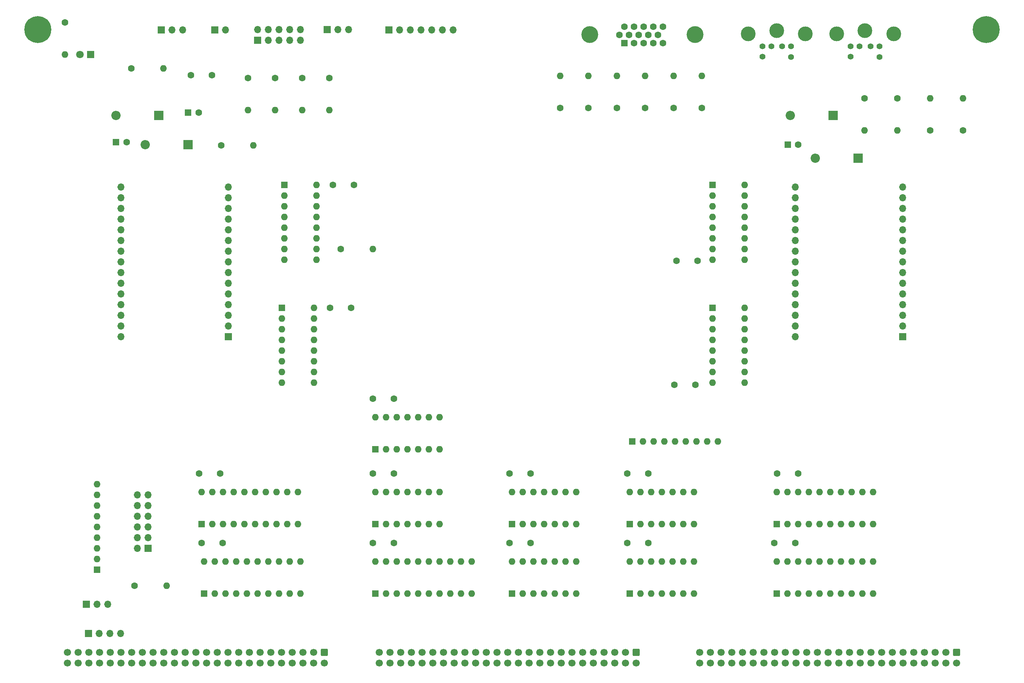
<source format=gbr>
%TF.GenerationSoftware,KiCad,Pcbnew,(6.0.11)*%
%TF.CreationDate,2023-08-28T11:54:35-05:00*%
%TF.ProjectId,input-output.DualESP32,696e7075-742d-46f7-9574-7075742e4475,V1.1*%
%TF.SameCoordinates,Original*%
%TF.FileFunction,Soldermask,Bot*%
%TF.FilePolarity,Negative*%
%FSLAX46Y46*%
G04 Gerber Fmt 4.6, Leading zero omitted, Abs format (unit mm)*
G04 Created by KiCad (PCBNEW (6.0.11)) date 2023-08-28 11:54:35*
%MOMM*%
%LPD*%
G01*
G04 APERTURE LIST*
G04 Aperture macros list*
%AMRoundRect*
0 Rectangle with rounded corners*
0 $1 Rounding radius*
0 $2 $3 $4 $5 $6 $7 $8 $9 X,Y pos of 4 corners*
0 Add a 4 corners polygon primitive as box body*
4,1,4,$2,$3,$4,$5,$6,$7,$8,$9,$2,$3,0*
0 Add four circle primitives for the rounded corners*
1,1,$1+$1,$2,$3*
1,1,$1+$1,$4,$5*
1,1,$1+$1,$6,$7*
1,1,$1+$1,$8,$9*
0 Add four rect primitives between the rounded corners*
20,1,$1+$1,$2,$3,$4,$5,0*
20,1,$1+$1,$4,$5,$6,$7,0*
20,1,$1+$1,$6,$7,$8,$9,0*
20,1,$1+$1,$8,$9,$2,$3,0*%
G04 Aperture macros list end*
%ADD10C,1.600000*%
%ADD11R,1.600000X1.600000*%
%ADD12O,1.600000X1.600000*%
%ADD13RoundRect,0.250000X-0.600000X0.600000X-0.600000X-0.600000X0.600000X-0.600000X0.600000X0.600000X0*%
%ADD14C,1.700000*%
%ADD15C,6.400000*%
%ADD16R,1.800000X1.800000*%
%ADD17C,1.800000*%
%ADD18R,1.700000X1.700000*%
%ADD19O,1.700000X1.700000*%
%ADD20R,2.200000X2.200000*%
%ADD21O,2.200000X2.200000*%
%ADD22C,1.422400*%
%ADD23C,3.497580*%
%ADD24C,4.000000*%
G04 APERTURE END LIST*
D10*
%TO.C,C19*%
X119455000Y-162690000D03*
X124455000Y-162690000D03*
%TD*%
D11*
%TO.C,U17*%
X120090000Y-174755000D03*
D12*
X122630000Y-174755000D03*
X125170000Y-174755000D03*
X127710000Y-174755000D03*
X130250000Y-174755000D03*
X132790000Y-174755000D03*
X135330000Y-174755000D03*
X135330000Y-167135000D03*
X132790000Y-167135000D03*
X130250000Y-167135000D03*
X127710000Y-167135000D03*
X125170000Y-167135000D03*
X122630000Y-167135000D03*
X120090000Y-167135000D03*
%TD*%
D11*
%TO.C,RN1*%
X181045000Y-172850000D03*
D12*
X183585000Y-172850000D03*
X186125000Y-172850000D03*
X188665000Y-172850000D03*
X191205000Y-172850000D03*
X193745000Y-172850000D03*
X196285000Y-172850000D03*
X198825000Y-172850000D03*
X201365000Y-172850000D03*
%TD*%
D13*
%TO.C,P1*%
X108000000Y-223000000D03*
D14*
X108000000Y-225540000D03*
X105460000Y-223000000D03*
X105460000Y-225540000D03*
X102920000Y-223000000D03*
X102920000Y-225540000D03*
X100380000Y-223000000D03*
X100380000Y-225540000D03*
X97840000Y-223000000D03*
X97840000Y-225540000D03*
X95300000Y-223000000D03*
X95300000Y-225540000D03*
X92760000Y-223000000D03*
X92760000Y-225540000D03*
X90220000Y-223000000D03*
X90220000Y-225540000D03*
X87680000Y-223000000D03*
X87680000Y-225540000D03*
X85140000Y-223000000D03*
X85140000Y-225540000D03*
X82600000Y-223000000D03*
X82600000Y-225540000D03*
X80060000Y-223000000D03*
X80060000Y-225540000D03*
X77520000Y-223000000D03*
X77520000Y-225540000D03*
X74980000Y-223000000D03*
X74980000Y-225540000D03*
X72440000Y-223000000D03*
X72440000Y-225540000D03*
X69900000Y-223000000D03*
X69900000Y-225540000D03*
X67360000Y-223000000D03*
X67360000Y-225540000D03*
X64820000Y-223000000D03*
X64820000Y-225540000D03*
X62280000Y-223000000D03*
X62280000Y-225540000D03*
X59740000Y-223000000D03*
X59740000Y-225540000D03*
X57200000Y-223000000D03*
X57200000Y-225540000D03*
X54660000Y-223000000D03*
X54660000Y-225540000D03*
X52120000Y-223000000D03*
X52120000Y-225540000D03*
X49580000Y-223000000D03*
X49580000Y-225540000D03*
X47040000Y-223000000D03*
X47040000Y-225540000D03*
%TD*%
D13*
%TO.C,P2*%
X182000000Y-223000000D03*
D14*
X182000000Y-225540000D03*
X179460000Y-223000000D03*
X179460000Y-225540000D03*
X176920000Y-223000000D03*
X176920000Y-225540000D03*
X174380000Y-223000000D03*
X174380000Y-225540000D03*
X171840000Y-223000000D03*
X171840000Y-225540000D03*
X169300000Y-223000000D03*
X169300000Y-225540000D03*
X166760000Y-223000000D03*
X166760000Y-225540000D03*
X164220000Y-223000000D03*
X164220000Y-225540000D03*
X161680000Y-223000000D03*
X161680000Y-225540000D03*
X159140000Y-223000000D03*
X159140000Y-225540000D03*
X156600000Y-223000000D03*
X156600000Y-225540000D03*
X154060000Y-223000000D03*
X154060000Y-225540000D03*
X151520000Y-223000000D03*
X151520000Y-225540000D03*
X148980000Y-223000000D03*
X148980000Y-225540000D03*
X146440000Y-223000000D03*
X146440000Y-225540000D03*
X143900000Y-223000000D03*
X143900000Y-225540000D03*
X141360000Y-223000000D03*
X141360000Y-225540000D03*
X138820000Y-223000000D03*
X138820000Y-225540000D03*
X136280000Y-223000000D03*
X136280000Y-225540000D03*
X133740000Y-223000000D03*
X133740000Y-225540000D03*
X131200000Y-223000000D03*
X131200000Y-225540000D03*
X128660000Y-223000000D03*
X128660000Y-225540000D03*
X126120000Y-223000000D03*
X126120000Y-225540000D03*
X123580000Y-223000000D03*
X123580000Y-225540000D03*
X121040000Y-223000000D03*
X121040000Y-225540000D03*
%TD*%
D15*
%TO.C,H1*%
X40000000Y-75000000D03*
%TD*%
%TO.C,H2*%
X265000000Y-75000000D03*
%TD*%
D13*
%TO.C,P3*%
X258000000Y-223000000D03*
D14*
X258000000Y-225540000D03*
X255460000Y-223000000D03*
X255460000Y-225540000D03*
X252920000Y-223000000D03*
X252920000Y-225540000D03*
X250380000Y-223000000D03*
X250380000Y-225540000D03*
X247840000Y-223000000D03*
X247840000Y-225540000D03*
X245300000Y-223000000D03*
X245300000Y-225540000D03*
X242760000Y-223000000D03*
X242760000Y-225540000D03*
X240220000Y-223000000D03*
X240220000Y-225540000D03*
X237680000Y-223000000D03*
X237680000Y-225540000D03*
X235140000Y-223000000D03*
X235140000Y-225540000D03*
X232600000Y-223000000D03*
X232600000Y-225540000D03*
X230060000Y-223000000D03*
X230060000Y-225540000D03*
X227520000Y-223000000D03*
X227520000Y-225540000D03*
X224980000Y-223000000D03*
X224980000Y-225540000D03*
X222440000Y-223000000D03*
X222440000Y-225540000D03*
X219900000Y-223000000D03*
X219900000Y-225540000D03*
X217360000Y-223000000D03*
X217360000Y-225540000D03*
X214820000Y-223000000D03*
X214820000Y-225540000D03*
X212280000Y-223000000D03*
X212280000Y-225540000D03*
X209740000Y-223000000D03*
X209740000Y-225540000D03*
X207200000Y-223000000D03*
X207200000Y-225540000D03*
X204660000Y-223000000D03*
X204660000Y-225540000D03*
X202120000Y-223000000D03*
X202120000Y-225540000D03*
X199580000Y-223000000D03*
X199580000Y-225540000D03*
X197040000Y-223000000D03*
X197040000Y-225540000D03*
%TD*%
D16*
%TO.C,D1*%
X52526000Y-80902000D03*
D17*
X49986000Y-80902000D03*
%TD*%
D10*
%TO.C,R1*%
X46430000Y-73282000D03*
D12*
X46430000Y-80902000D03*
%TD*%
D18*
%TO.C,P4*%
X52000000Y-218500000D03*
D19*
X54540000Y-218500000D03*
X57080000Y-218500000D03*
X59620000Y-218500000D03*
%TD*%
D11*
%TO.C,U9*%
X97875000Y-141115000D03*
D12*
X97875000Y-143655000D03*
X97875000Y-146195000D03*
X97875000Y-148735000D03*
X97875000Y-151275000D03*
X97875000Y-153815000D03*
X97875000Y-156355000D03*
X97875000Y-158895000D03*
X105495000Y-158895000D03*
X105495000Y-156355000D03*
X105495000Y-153815000D03*
X105495000Y-151275000D03*
X105495000Y-148735000D03*
X105495000Y-146195000D03*
X105495000Y-143655000D03*
X105495000Y-141115000D03*
%TD*%
D11*
%TO.C,RN2*%
X54050000Y-203330000D03*
D12*
X54050000Y-200790000D03*
X54050000Y-198250000D03*
X54050000Y-195710000D03*
X54050000Y-193170000D03*
X54050000Y-190630000D03*
X54050000Y-188090000D03*
X54050000Y-185550000D03*
X54050000Y-183010000D03*
%TD*%
D10*
%TO.C,R9*%
X96298700Y-86490000D03*
D12*
X96298700Y-94110000D03*
%TD*%
D10*
%TO.C,C18*%
X190996000Y-159388000D03*
X195996000Y-159388000D03*
%TD*%
%TO.C,C17*%
X191504000Y-129924000D03*
X196504000Y-129924000D03*
%TD*%
D18*
%TO.C,J4*%
X69305000Y-75060000D03*
D19*
X71845000Y-75060000D03*
X74385000Y-75060000D03*
%TD*%
D10*
%TO.C,R10*%
X236168000Y-91316000D03*
D12*
X236168000Y-98936000D03*
%TD*%
D10*
%TO.C,C5*%
X151880000Y-180470000D03*
X156880000Y-180470000D03*
%TD*%
%TO.C,R8*%
X89864000Y-86490000D03*
D12*
X89864000Y-94110000D03*
%TD*%
D10*
%TO.C,R6*%
X102733300Y-86490000D03*
D12*
X102733300Y-94110000D03*
%TD*%
D10*
%TO.C,R3*%
X259536000Y-98936000D03*
D12*
X259536000Y-91316000D03*
%TD*%
D11*
%TO.C,U13*%
X120095000Y-209035000D03*
D12*
X122635000Y-209035000D03*
X125175000Y-209035000D03*
X127715000Y-209035000D03*
X130255000Y-209035000D03*
X132795000Y-209035000D03*
X135335000Y-209035000D03*
X137875000Y-209035000D03*
X140415000Y-209035000D03*
X142955000Y-209035000D03*
X142955000Y-201415000D03*
X140415000Y-201415000D03*
X137875000Y-201415000D03*
X135335000Y-201415000D03*
X132795000Y-201415000D03*
X130255000Y-201415000D03*
X127715000Y-201415000D03*
X125175000Y-201415000D03*
X122635000Y-201415000D03*
X120095000Y-201415000D03*
%TD*%
D10*
%TO.C,C2*%
X78855000Y-196980000D03*
X83855000Y-196980000D03*
%TD*%
D18*
%TO.C,J3*%
X108675000Y-74990000D03*
D19*
X111215000Y-74990000D03*
X113755000Y-74990000D03*
%TD*%
D10*
%TO.C,C6*%
X151880000Y-196980000D03*
X156880000Y-196980000D03*
%TD*%
D11*
%TO.C,U5*%
X180415000Y-192535000D03*
D12*
X182955000Y-192535000D03*
X185495000Y-192535000D03*
X188035000Y-192535000D03*
X190575000Y-192535000D03*
X193115000Y-192535000D03*
X195655000Y-192535000D03*
X195655000Y-184915000D03*
X193115000Y-184915000D03*
X190575000Y-184915000D03*
X188035000Y-184915000D03*
X185495000Y-184915000D03*
X182955000Y-184915000D03*
X180415000Y-184915000D03*
%TD*%
D18*
%TO.C,J6*%
X51525000Y-211585000D03*
D19*
X54065000Y-211585000D03*
X56605000Y-211585000D03*
%TD*%
D11*
%TO.C,C16*%
X75640000Y-94745000D03*
D10*
X78140000Y-94745000D03*
%TD*%
%TO.C,R13*%
X170636000Y-93602000D03*
D12*
X170636000Y-85982000D03*
%TD*%
D10*
%TO.C,C1*%
X78220000Y-180470000D03*
X83220000Y-180470000D03*
%TD*%
D20*
%TO.C,D5*%
X234644000Y-105540000D03*
D21*
X224484000Y-105540000D03*
%TD*%
D10*
%TO.C,R4*%
X251746700Y-98936000D03*
D12*
X251746700Y-91316000D03*
%TD*%
D11*
%TO.C,U6*%
X200110000Y-111905000D03*
D12*
X200110000Y-114445000D03*
X200110000Y-116985000D03*
X200110000Y-119525000D03*
X200110000Y-122065000D03*
X200110000Y-124605000D03*
X200110000Y-127145000D03*
X200110000Y-129685000D03*
X207730000Y-129685000D03*
X207730000Y-127145000D03*
X207730000Y-124605000D03*
X207730000Y-122065000D03*
X207730000Y-119525000D03*
X207730000Y-116985000D03*
X207730000Y-114445000D03*
X207730000Y-111905000D03*
%TD*%
D11*
%TO.C,C13*%
X58559900Y-101730000D03*
D10*
X61059900Y-101730000D03*
%TD*%
%TO.C,R18*%
X111835000Y-127130000D03*
D12*
X119455000Y-127130000D03*
%TD*%
D11*
%TO.C,C14*%
X217944900Y-102365000D03*
D10*
X220444900Y-102365000D03*
%TD*%
%TO.C,R5*%
X83514000Y-102492000D03*
D12*
X91134000Y-102492000D03*
%TD*%
D10*
%TO.C,R11*%
X243957300Y-91316000D03*
D12*
X243957300Y-98936000D03*
%TD*%
D20*
%TO.C,D4*%
X75640000Y-102365000D03*
D21*
X65480000Y-102365000D03*
%TD*%
D22*
%TO.C,J8*%
X214029360Y-78996480D03*
X216625240Y-78996480D03*
X211928780Y-78996480D03*
X218725820Y-78996480D03*
X211928780Y-81445040D03*
X218725820Y-81495840D03*
D23*
X222126880Y-75996740D03*
X215327300Y-75199180D03*
X208578520Y-75996740D03*
%TD*%
D11*
%TO.C,U7*%
X200110000Y-141115000D03*
D12*
X200110000Y-143655000D03*
X200110000Y-146195000D03*
X200110000Y-148735000D03*
X200110000Y-151275000D03*
X200110000Y-153815000D03*
X200110000Y-156355000D03*
X200110000Y-158895000D03*
X207730000Y-158895000D03*
X207730000Y-156355000D03*
X207730000Y-153815000D03*
X207730000Y-151275000D03*
X207730000Y-148735000D03*
X207730000Y-146195000D03*
X207730000Y-143655000D03*
X207730000Y-141115000D03*
%TD*%
D10*
%TO.C,C12*%
X109335000Y-141100000D03*
X114335000Y-141100000D03*
%TD*%
D11*
%TO.C,U1*%
X120085000Y-192525000D03*
D12*
X122625000Y-192525000D03*
X125165000Y-192525000D03*
X127705000Y-192525000D03*
X130245000Y-192525000D03*
X132785000Y-192525000D03*
X135325000Y-192525000D03*
X135325000Y-184905000D03*
X132785000Y-184905000D03*
X130245000Y-184905000D03*
X127705000Y-184905000D03*
X125165000Y-184905000D03*
X122625000Y-184905000D03*
X120085000Y-184905000D03*
%TD*%
D18*
%TO.C,J2*%
X81990000Y-75060000D03*
D19*
X84530000Y-75060000D03*
%TD*%
D20*
%TO.C,D3*%
X228675000Y-95380000D03*
D21*
X218515000Y-95380000D03*
%TD*%
D10*
%TO.C,R2*%
X62178000Y-84204000D03*
D12*
X69798000Y-84204000D03*
%TD*%
D10*
%TO.C,R7*%
X109168000Y-86490000D03*
D12*
X109168000Y-94110000D03*
%TD*%
D10*
%TO.C,C3*%
X119495000Y-180470000D03*
X124495000Y-180470000D03*
%TD*%
D22*
%TO.C,J9*%
X234984360Y-78996480D03*
X237580240Y-78996480D03*
X232883780Y-78996480D03*
X239680820Y-78996480D03*
X232883780Y-81445040D03*
X239680820Y-81495840D03*
D23*
X243081880Y-75996740D03*
X236282300Y-75199180D03*
X229533520Y-75996740D03*
%TD*%
D11*
%TO.C,U10*%
X215345000Y-192525000D03*
D12*
X217885000Y-192525000D03*
X220425000Y-192525000D03*
X222965000Y-192525000D03*
X225505000Y-192525000D03*
X228045000Y-192525000D03*
X230585000Y-192525000D03*
X233125000Y-192525000D03*
X235665000Y-192525000D03*
X238205000Y-192525000D03*
X238205000Y-184905000D03*
X235665000Y-184905000D03*
X233125000Y-184905000D03*
X230585000Y-184905000D03*
X228045000Y-184905000D03*
X225505000Y-184905000D03*
X222965000Y-184905000D03*
X220425000Y-184905000D03*
X217885000Y-184905000D03*
X215345000Y-184905000D03*
%TD*%
D18*
%TO.C,J1*%
X92155000Y-77535000D03*
D19*
X92155000Y-74995000D03*
X94695000Y-77535000D03*
X94695000Y-74995000D03*
X97235000Y-77535000D03*
X97235000Y-74995000D03*
X99775000Y-77535000D03*
X99775000Y-74995000D03*
X102315000Y-77535000D03*
X102315000Y-74995000D03*
%TD*%
D11*
%TO.C,U14*%
X215345000Y-209035000D03*
D12*
X217885000Y-209035000D03*
X220425000Y-209035000D03*
X222965000Y-209035000D03*
X225505000Y-209035000D03*
X228045000Y-209035000D03*
X230585000Y-209035000D03*
X233125000Y-209035000D03*
X235665000Y-209035000D03*
X238205000Y-209035000D03*
X238205000Y-201415000D03*
X235665000Y-201415000D03*
X233125000Y-201415000D03*
X230585000Y-201415000D03*
X228045000Y-201415000D03*
X225505000Y-201415000D03*
X222965000Y-201415000D03*
X220425000Y-201415000D03*
X217885000Y-201415000D03*
X215345000Y-201415000D03*
%TD*%
D10*
%TO.C,R12*%
X163905000Y-93602000D03*
D12*
X163905000Y-85982000D03*
%TD*%
D10*
%TO.C,C11*%
X109970000Y-111890000D03*
X114970000Y-111890000D03*
%TD*%
D11*
%TO.C,U2*%
X152475000Y-192535000D03*
D12*
X155015000Y-192535000D03*
X157555000Y-192535000D03*
X160095000Y-192535000D03*
X162635000Y-192535000D03*
X165175000Y-192535000D03*
X167715000Y-192535000D03*
X167715000Y-184915000D03*
X165175000Y-184915000D03*
X162635000Y-184915000D03*
X160095000Y-184915000D03*
X157555000Y-184915000D03*
X155015000Y-184915000D03*
X152475000Y-184915000D03*
%TD*%
D18*
%TO.C,J10*%
X123260000Y-75060000D03*
D19*
X125800000Y-75060000D03*
X128340000Y-75060000D03*
X130880000Y-75060000D03*
X133420000Y-75060000D03*
X135960000Y-75060000D03*
X138500000Y-75060000D03*
%TD*%
D11*
%TO.C,U4*%
X152475000Y-209045000D03*
D12*
X155015000Y-209045000D03*
X157555000Y-209045000D03*
X160095000Y-209045000D03*
X162635000Y-209045000D03*
X165175000Y-209045000D03*
X167715000Y-209045000D03*
X167715000Y-201425000D03*
X165175000Y-201425000D03*
X162635000Y-201425000D03*
X160095000Y-201425000D03*
X157555000Y-201425000D03*
X155015000Y-201425000D03*
X152475000Y-201425000D03*
%TD*%
D11*
%TO.C,U16*%
X78820000Y-192525000D03*
D12*
X81360000Y-192525000D03*
X83900000Y-192525000D03*
X86440000Y-192525000D03*
X88980000Y-192525000D03*
X91520000Y-192525000D03*
X94060000Y-192525000D03*
X96600000Y-192525000D03*
X99140000Y-192525000D03*
X101680000Y-192525000D03*
X101680000Y-184905000D03*
X99140000Y-184905000D03*
X96600000Y-184905000D03*
X94060000Y-184905000D03*
X91520000Y-184905000D03*
X88980000Y-184905000D03*
X86440000Y-184905000D03*
X83900000Y-184905000D03*
X81360000Y-184905000D03*
X78820000Y-184905000D03*
%TD*%
D18*
%TO.C,U12*%
X245180000Y-147970000D03*
D19*
X245180000Y-145430000D03*
X245180000Y-142890000D03*
X245180000Y-140350000D03*
X245180000Y-137810000D03*
X245180000Y-135270000D03*
X245180000Y-132730000D03*
X245180000Y-130190000D03*
X245180000Y-127650000D03*
X245180000Y-125110000D03*
X245180000Y-122570000D03*
X245180000Y-120030000D03*
X245180000Y-117490000D03*
X245180000Y-114950000D03*
X245180000Y-112410000D03*
X219740000Y-112410000D03*
X219740000Y-114950000D03*
X219740000Y-117490000D03*
X219740000Y-120030000D03*
X219740000Y-122570000D03*
X219740000Y-125110000D03*
X219740000Y-127650000D03*
X219740000Y-130190000D03*
X219740000Y-132730000D03*
X219740000Y-135270000D03*
X219740000Y-137810000D03*
X219740000Y-140350000D03*
X219740000Y-142890000D03*
X219740000Y-145430000D03*
X219740000Y-147970000D03*
%TD*%
D11*
%TO.C,U8*%
X98510000Y-111905000D03*
D12*
X98510000Y-114445000D03*
X98510000Y-116985000D03*
X98510000Y-119525000D03*
X98510000Y-122065000D03*
X98510000Y-124605000D03*
X98510000Y-127145000D03*
X98510000Y-129685000D03*
X106130000Y-129685000D03*
X106130000Y-127145000D03*
X106130000Y-124605000D03*
X106130000Y-122065000D03*
X106130000Y-119525000D03*
X106130000Y-116985000D03*
X106130000Y-114445000D03*
X106130000Y-111905000D03*
%TD*%
D10*
%TO.C,R15*%
X177367000Y-93602000D03*
D12*
X177367000Y-85982000D03*
%TD*%
D24*
%TO.C,J5*%
X195972700Y-76185000D03*
X170972700Y-76185000D03*
D11*
X179157700Y-78235000D03*
D10*
X181447700Y-78235000D03*
X183737700Y-78235000D03*
X186027700Y-78235000D03*
X188317700Y-78235000D03*
X178012700Y-76255000D03*
X180302700Y-76255000D03*
X182592700Y-76255000D03*
X184882700Y-76255000D03*
X187172700Y-76255000D03*
X179157700Y-74275000D03*
X181447700Y-74275000D03*
X183737700Y-74275000D03*
X186027700Y-74275000D03*
X188317700Y-74275000D03*
%TD*%
D11*
%TO.C,U3*%
X180415000Y-209045000D03*
D12*
X182955000Y-209045000D03*
X185495000Y-209045000D03*
X188035000Y-209045000D03*
X190575000Y-209045000D03*
X193115000Y-209045000D03*
X195655000Y-209045000D03*
X195655000Y-201425000D03*
X193115000Y-201425000D03*
X190575000Y-201425000D03*
X188035000Y-201425000D03*
X185495000Y-201425000D03*
X182955000Y-201425000D03*
X180415000Y-201425000D03*
%TD*%
D10*
%TO.C,C9*%
X215380000Y-180470000D03*
X220380000Y-180470000D03*
%TD*%
D20*
%TO.C,D2*%
X68655000Y-95380000D03*
D21*
X58495000Y-95380000D03*
%TD*%
D10*
%TO.C,R16*%
X197560000Y-93602000D03*
D12*
X197560000Y-85982000D03*
%TD*%
D10*
%TO.C,C8*%
X179820000Y-196980000D03*
X184820000Y-196980000D03*
%TD*%
%TO.C,C10*%
X214745000Y-196980000D03*
X219745000Y-196980000D03*
%TD*%
%TO.C,R19*%
X62940000Y-207140000D03*
D12*
X70560000Y-207140000D03*
%TD*%
D10*
%TO.C,C15*%
X76315000Y-85855000D03*
X81315000Y-85855000D03*
%TD*%
%TO.C,R14*%
X184098000Y-93602000D03*
D12*
X184098000Y-85982000D03*
%TD*%
D10*
%TO.C,R17*%
X190829000Y-93602000D03*
D12*
X190829000Y-85982000D03*
%TD*%
D10*
%TO.C,C4*%
X119495000Y-196980000D03*
X124495000Y-196980000D03*
%TD*%
D18*
%TO.C,U11*%
X85160000Y-147970000D03*
D19*
X85160000Y-145430000D03*
X85160000Y-142890000D03*
X85160000Y-140350000D03*
X85160000Y-137810000D03*
X85160000Y-135270000D03*
X85160000Y-132730000D03*
X85160000Y-130190000D03*
X85160000Y-127650000D03*
X85160000Y-125110000D03*
X85160000Y-122570000D03*
X85160000Y-120030000D03*
X85160000Y-117490000D03*
X85160000Y-114950000D03*
X85160000Y-112410000D03*
X59720000Y-112410000D03*
X59720000Y-114950000D03*
X59720000Y-117490000D03*
X59720000Y-120030000D03*
X59720000Y-122570000D03*
X59720000Y-125110000D03*
X59720000Y-127650000D03*
X59720000Y-130190000D03*
X59720000Y-132730000D03*
X59720000Y-135270000D03*
X59720000Y-137810000D03*
X59720000Y-140350000D03*
X59720000Y-142890000D03*
X59720000Y-145430000D03*
X59720000Y-147970000D03*
%TD*%
D11*
%TO.C,U15*%
X79455000Y-209035000D03*
D12*
X81995000Y-209035000D03*
X84535000Y-209035000D03*
X87075000Y-209035000D03*
X89615000Y-209035000D03*
X92155000Y-209035000D03*
X94695000Y-209035000D03*
X97235000Y-209035000D03*
X99775000Y-209035000D03*
X102315000Y-209035000D03*
X102315000Y-201415000D03*
X99775000Y-201415000D03*
X97235000Y-201415000D03*
X94695000Y-201415000D03*
X92155000Y-201415000D03*
X89615000Y-201415000D03*
X87075000Y-201415000D03*
X84535000Y-201415000D03*
X81995000Y-201415000D03*
X79455000Y-201415000D03*
%TD*%
D18*
%TO.C,J7*%
X66120000Y-198250000D03*
D19*
X63580000Y-198250000D03*
X66120000Y-195710000D03*
X63580000Y-195710000D03*
X66120000Y-193170000D03*
X63580000Y-193170000D03*
X66120000Y-190630000D03*
X63580000Y-190630000D03*
X66120000Y-188090000D03*
X63580000Y-188090000D03*
X66120000Y-185550000D03*
X63580000Y-185550000D03*
%TD*%
D10*
%TO.C,C7*%
X179820000Y-180470000D03*
X184820000Y-180470000D03*
%TD*%
M02*

</source>
